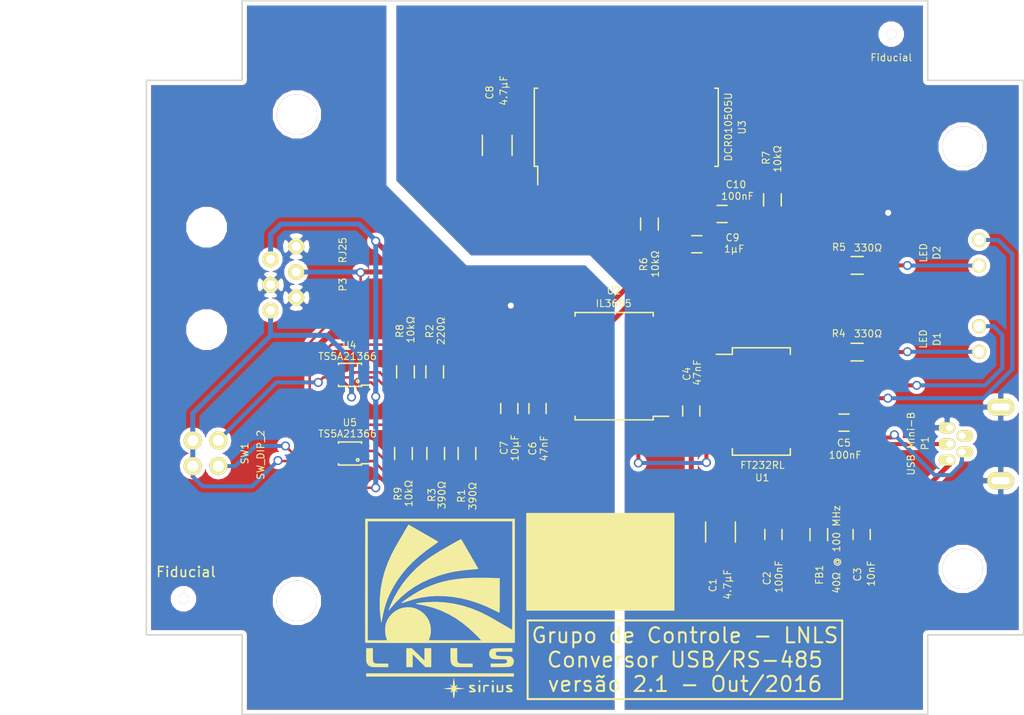
<source format=kicad_pcb>
(kicad_pcb (version 4) (host pcbnew no-vcs-found-product)
  (title_block (title "Conversor USB/RS-485") (date 2016-02-02) (rev 1) (company "Laboratório Nacional de Luz Síncrotron / Grupo de Controle") (comment 2 ?) (comment 3 "Eduardo Pereira Coelho"))
  (layers (0 F.Cu signal) (31 B.Cu signal hide) (34 B.Paste user) (35 F.Paste user) (36 B.SilkS user) (37 F.SilkS user) (38 B.Mask user) (39 F.Mask user) (44 Edge.Cuts user))
  (net 0 "")
  (net 1 +5V)
  (net 2 GND)
  (net 3 "Net-(C3-Pad1)")
  (net 4 "Net-(C5-Pad1)")
  (net 5 /5V_ISOLATED)
  (net 6 /GND_ISOLATED)
  (net 7 "Net-(C9-Pad1)")
  (net 8 /TXLED#)
  (net 9 "Net-(D1-Pad2)")
  (net 10 /RXLED#)
  (net 11 "Net-(D2-Pad2)")
  (net 12 /USB_D+)
  (net 13 "Net-(P1-Pad4)")
  (net 14 /USB_D-)
  (net 15 "Net-(R6-Pad2)")
  (net 16 "Net-(R7-Pad2)")
  (net 17 /TXD)
  (net 18 "Net-(U1-Pad2)")
  (net 19 "Net-(U1-Pad3)")
  (net 20 /RXD)
  (net 21 "Net-(U1-Pad6)")
  (net 22 "Net-(U1-Pad8)")
  (net 23 "Net-(U1-Pad9)")
  (net 24 "Net-(U1-Pad10)")
  (net 25 "Net-(U1-Pad11)")
  (net 26 "Net-(U1-Pad12)")
  (net 27 /TXDEN)
  (net 28 "Net-(U1-Pad14)")
  (net 29 "Net-(U1-Pad19)")
  (net 30 "Net-(U1-Pad24)")
  (net 31 "Net-(U1-Pad27)")
  (net 32 "Net-(U1-Pad28)")
  (net 33 "Net-(U2-Pad7)")
  (net 34 "Net-(U2-Pad10)")
  (net 35 "Net-(U2-Pad11)")
  (net 36 "Net-(U2-Pad14)")
  (net 37 "Net-(U3-Pad3)")
  (net 38 "Net-(U3-Pad15)")
  (net 39 "Net-(U3-Pad28)")
  (net 40 /RS485+)
  (net 41 /RS485-)
  (net 42 "Net-(R1-Pad1)")
  (net 43 "Net-(R2-Pad1)")
  (net 44 "Net-(R2-Pad2)")
  (net 45 "Net-(R3-Pad1)")
  (net 46 "Net-(R9-Pad2)")
  (net 47 "Net-(R8-Pad2)")
  (module Controle:VSSOP-8 (layer F.Cu) (at 124.7 107.51 180)
    (fp_text reference U5 (at 0.02 3.07 180) (layer F.SilkS) (effects (font (size 0.7 0.7) (thickness 0.1))))
    (fp_text value TS5A21366 (at 0.25 1.96 180) (layer F.SilkS) (effects (font (size 0.7 0.7) (thickness 0.1))))
    (pad 4 smd rect (at -1.55 0.75 180) (size 0.75 0.25) (layers F.Cu F.Paste F.Mask) (net 6 /GND_ISOLATED))
    (pad 3 smd rect (at -1.55 0.25 180) (size 0.75 0.25) (layers F.Cu F.Paste F.Mask) (net 46 "Net-(R9-Pad2)"))
    (pad 2 smd rect (at -1.55 -0.25 180) (size 0.75 0.25) (layers F.Cu F.Paste F.Mask) (net 40 /RS485+))
    (pad 1 smd rect (at -1.55 -0.75 180) (size 0.75 0.25) (layers F.Cu F.Paste F.Mask) (net 42 "Net-(R1-Pad1)"))
    (pad 5 smd rect (at 1.55 0.75 180) (size 0.75 0.25) (layers F.Cu F.Paste F.Mask) (net 41 /RS485-))
    (pad 6 smd rect (at 1.55 0.25 180) (size 0.75 0.25) (layers F.Cu F.Paste F.Mask) (net 45 "Net-(R3-Pad1)"))
    (pad 8 smd rect (at 1.55 -0.75 180) (size 0.75 0.25) (layers F.Cu F.Paste F.Mask) (net 5 /5V_ISOLATED))
    (pad 7 smd rect (at 1.55 -0.25 180) (size 0.75 0.25) (layers F.Cu F.Paste F.Mask) (net 46 "Net-(R9-Pad2)"))
  )
  (module Controle:VSSOP-8 (layer F.Cu) (at 124.7 99.71 180)
    (fp_text reference U4 (at 0.07 2.95 180) (layer F.SilkS) (effects (font (size 0.7 0.7) (thickness 0.1))))
    (fp_text value TS5A21366 (at 0.25 1.84 180) (layer F.SilkS) (effects (font (size 0.7 0.7) (thickness 0.1))))
    (pad 4 smd rect (at -1.55 0.75 180) (size 0.75 0.25) (layers F.Cu F.Paste F.Mask) (net 6 /GND_ISOLATED))
    (pad 3 smd rect (at -1.55 0.25 180) (size 0.75 0.25) (layers F.Cu F.Paste F.Mask) (net 47 "Net-(R8-Pad2)"))
    (pad 2 smd rect (at -1.55 -0.25 180) (size 0.75 0.25) (layers F.Cu F.Paste F.Mask) (net 43 "Net-(R2-Pad1)"))
    (pad 1 smd rect (at -1.55 -0.75 180) (size 0.75 0.25) (layers F.Cu F.Paste F.Mask) (net 40 /RS485+))
    (pad 5 smd rect (at 1.55 0.75 180) (size 0.75 0.25) (layers F.Cu F.Paste F.Mask) (net 44 "Net-(R2-Pad2)"))
    (pad 6 smd rect (at 1.55 0.25 180) (size 0.75 0.25) (layers F.Cu F.Paste F.Mask) (net 41 /RS485-))
    (pad 8 smd rect (at 1.55 -0.75 180) (size 0.75 0.25) (layers F.Cu F.Paste F.Mask) (net 5 /5V_ISOLATED))
    (pad 7 smd rect (at 1.55 -0.25 180) (size 0.75 0.25) (layers F.Cu F.Paste F.Mask) (net 47 "Net-(R8-Pad2)"))
  )
  (module Controle:LNLS_LOGO (layer F.Cu) (at 133.65 122.64)
    (fp_text reference G*** hide)
    (fp_text value LOGO hide)
  )
  (module "Conversor USB-RS485:DCR010505U" (layer F.Cu) (at 152.1 75.15 90)
    (fp_text reference U3 (at -0.01 11.49 90) (layer F.SilkS) (effects (font (size 0.7 0.7) (thickness 0.1))))
    (fp_text value DCR010505U (at 0.03 10.13 90) (layer F.SilkS) (effects (font (size 0.7 0.7) (thickness 0.1))))
    (pad 1 smd rect (at -4.7 -8.255 90) (size 2 0.6) (layers F.Cu F.Paste F.Mask) (net 1 +5V))
    (pad 2 smd rect (at -4.7 -6.985 90) (size 2 0.6) (layers F.Cu F.Paste F.Mask) (net 1 +5V))
    (pad 3 smd rect (at -4.7 -5.715 90) (size 2 0.6) (layers F.Cu F.Paste F.Mask) (net 37 "Net-(U3-Pad3)"))
    (pad 12 smd rect (at -4.7 5.715 90) (size 2 0.6) (layers F.Cu F.Paste F.Mask) (net 7 "Net-(C9-Pad1)"))
    (pad 13 smd rect (at -4.7 6.985 90) (size 2 0.6) (layers F.Cu F.Paste F.Mask) (net 6 /GND_ISOLATED))
    (pad 14 smd rect (at -4.7 8.255 90) (size 2 0.6) (layers F.Cu F.Paste F.Mask) (net 5 /5V_ISOLATED))
    (pad 15 smd rect (at 4.7 8.255 90) (size 2 0.6) (layers F.Cu F.Paste F.Mask) (net 38 "Net-(U3-Pad15)"))
    (pad 16 smd rect (at 4.7 6.985 90) (size 2 0.6) (layers F.Cu F.Paste F.Mask) (net 15 "Net-(R6-Pad2)"))
    (pad 17 smd rect (at 4.7 5.715 90) (size 2 0.6) (layers F.Cu F.Paste F.Mask) (net 16 "Net-(R7-Pad2)"))
    (pad 26 smd rect (at 4.7 -5.715 90) (size 2 0.6) (layers F.Cu F.Paste F.Mask) (net 2 GND))
    (pad 27 smd rect (at 4.7 -6.985 90) (size 2 0.6) (layers F.Cu F.Paste F.Mask) (net 2 GND))
    (pad 28 smd rect (at 4.7 -8.255 90) (size 2 0.6) (layers F.Cu F.Paste F.Mask) (net 39 "Net-(U3-Pad28)"))
  )
  (module Housings_SOIC:SOIC-16_7.5x10.3mm_Pitch1.27mm (layer F.Cu) (at 150.9 98.85 180)
    (fp_text reference U2 (at 0.04 7.49) (layer F.SilkS) (effects (font (size 0.7 0.7) (thickness 0.1))))
    (fp_text value IL3685 (at 0.05 6.22 180) (layer F.SilkS) (effects (font (size 0.7 0.7) (thickness 0.1))))
    (pad 1 smd rect (at -4.65 -4.445 180) (size 1.5 0.6) (layers F.Cu F.Paste F.Mask) (net 1 +5V))
    (pad 2 smd rect (at -4.65 -3.175 180) (size 1.5 0.6) (layers F.Cu F.Paste F.Mask) (net 2 GND))
    (pad 3 smd rect (at -4.65 -1.905 180) (size 1.5 0.6) (layers F.Cu F.Paste F.Mask) (net 20 /RXD))
    (pad 4 smd rect (at -4.65 -0.635 180) (size 1.5 0.6) (layers F.Cu F.Paste F.Mask) (net 27 /TXDEN))
    (pad 5 smd rect (at -4.65 0.635 180) (size 1.5 0.6) (layers F.Cu F.Paste F.Mask) (net 27 /TXDEN))
    (pad 6 smd rect (at -4.65 1.905 180) (size 1.5 0.6) (layers F.Cu F.Paste F.Mask) (net 17 /TXD))
    (pad 7 smd rect (at -4.65 3.175 180) (size 1.5 0.6) (layers F.Cu F.Paste F.Mask) (net 33 "Net-(U2-Pad7)"))
    (pad 8 smd rect (at -4.65 4.445 180) (size 1.5 0.6) (layers F.Cu F.Paste F.Mask) (net 2 GND))
    (pad 9 smd rect (at 4.65 4.445 180) (size 1.5 0.6) (layers F.Cu F.Paste F.Mask) (net 6 /GND_ISOLATED))
    (pad 10 smd rect (at 4.65 3.175 180) (size 1.5 0.6) (layers F.Cu F.Paste F.Mask) (net 34 "Net-(U2-Pad10)"))
    (pad 11 smd rect (at 4.65 1.905 180) (size 1.5 0.6) (layers F.Cu F.Paste F.Mask) (net 35 "Net-(U2-Pad11)"))
    (pad 12 smd rect (at 4.65 0.635 180) (size 1.5 0.6) (layers F.Cu F.Paste F.Mask) (net 40 /RS485+))
    (pad 13 smd rect (at 4.65 -0.635 180) (size 1.5 0.6) (layers F.Cu F.Paste F.Mask) (net 41 /RS485-))
    (pad 14 smd rect (at 4.65 -1.905 180) (size 1.5 0.6) (layers F.Cu F.Paste F.Mask) (net 36 "Net-(U2-Pad14)"))
    (pad 15 smd rect (at 4.65 -3.175 180) (size 1.5 0.6) (layers F.Cu F.Paste F.Mask) (net 6 /GND_ISOLATED))
    (pad 16 smd rect (at 4.65 -4.445 180) (size 1.5 0.6) (layers F.Cu F.Paste F.Mask) (net 5 /5V_ISOLATED))
  )
  (module Housings_SSOP:SSOP-28_5.3x10.2mm_Pitch0.65mm (layer F.Cu) (at 165.5 102.35)
    (fp_text reference U1 (at 0.09 7.56) (layer F.SilkS) (effects (font (size 0.7 0.7) (thickness 0.1))))
    (fp_text value FT232RL (at 0.11 6.32) (layer F.SilkS) (effects (font (size 0.7 0.7) (thickness 0.1))))
    (pad 1 smd rect (at -3.6 -4.225) (size 1.75 0.45) (layers F.Cu F.Paste F.Mask) (net 17 /TXD))
    (pad 2 smd rect (at -3.6 -3.575) (size 1.75 0.45) (layers F.Cu F.Paste F.Mask) (net 18 "Net-(U1-Pad2)"))
    (pad 3 smd rect (at -3.6 -2.925) (size 1.75 0.45) (layers F.Cu F.Paste F.Mask) (net 19 "Net-(U1-Pad3)"))
    (pad 4 smd rect (at -3.6 -2.275) (size 1.75 0.45) (layers F.Cu F.Paste F.Mask) (net 1 +5V))
    (pad 5 smd rect (at -3.6 -1.625) (size 1.75 0.45) (layers F.Cu F.Paste F.Mask) (net 20 /RXD))
    (pad 6 smd rect (at -3.6 -0.975) (size 1.75 0.45) (layers F.Cu F.Paste F.Mask) (net 21 "Net-(U1-Pad6)"))
    (pad 7 smd rect (at -3.6 -0.325) (size 1.75 0.45) (layers F.Cu F.Paste F.Mask) (net 2 GND))
    (pad 8 smd rect (at -3.6 0.325) (size 1.75 0.45) (layers F.Cu F.Paste F.Mask) (net 22 "Net-(U1-Pad8)"))
    (pad 9 smd rect (at -3.6 0.975) (size 1.75 0.45) (layers F.Cu F.Paste F.Mask) (net 23 "Net-(U1-Pad9)"))
    (pad 10 smd rect (at -3.6 1.625) (size 1.75 0.45) (layers F.Cu F.Paste F.Mask) (net 24 "Net-(U1-Pad10)"))
    (pad 11 smd rect (at -3.6 2.275) (size 1.75 0.45) (layers F.Cu F.Paste F.Mask) (net 25 "Net-(U1-Pad11)"))
    (pad 12 smd rect (at -3.6 2.925) (size 1.75 0.45) (layers F.Cu F.Paste F.Mask) (net 26 "Net-(U1-Pad12)"))
    (pad 13 smd rect (at -3.6 3.575) (size 1.75 0.45) (layers F.Cu F.Paste F.Mask) (net 27 /TXDEN))
    (pad 14 smd rect (at -3.6 4.225) (size 1.75 0.45) (layers F.Cu F.Paste F.Mask) (net 28 "Net-(U1-Pad14)"))
    (pad 15 smd rect (at 3.6 4.225) (size 1.75 0.45) (layers F.Cu F.Paste F.Mask) (net 12 /USB_D+))
    (pad 16 smd rect (at 3.6 3.575) (size 1.75 0.45) (layers F.Cu F.Paste F.Mask) (net 14 /USB_D-))
    (pad 17 smd rect (at 3.6 2.925) (size 1.75 0.45) (layers F.Cu F.Paste F.Mask) (net 4 "Net-(C5-Pad1)"))
    (pad 18 smd rect (at 3.6 2.275) (size 1.75 0.45) (layers F.Cu F.Paste F.Mask) (net 2 GND))
    (pad 19 smd rect (at 3.6 1.625) (size 1.75 0.45) (layers F.Cu F.Paste F.Mask) (net 29 "Net-(U1-Pad19)"))
    (pad 20 smd rect (at 3.6 0.975) (size 1.75 0.45) (layers F.Cu F.Paste F.Mask) (net 1 +5V))
    (pad 21 smd rect (at 3.6 0.325) (size 1.75 0.45) (layers F.Cu F.Paste F.Mask) (net 2 GND))
    (pad 22 smd rect (at 3.6 -0.325) (size 1.75 0.45) (layers F.Cu F.Paste F.Mask) (net 10 /RXLED#))
    (pad 23 smd rect (at 3.6 -0.975) (size 1.75 0.45) (layers F.Cu F.Paste F.Mask) (net 8 /TXLED#))
    (pad 24 smd rect (at 3.6 -1.625) (size 1.75 0.45) (layers F.Cu F.Paste F.Mask) (net 30 "Net-(U1-Pad24)"))
    (pad 25 smd rect (at 3.6 -2.275) (size 1.75 0.45) (layers F.Cu F.Paste F.Mask) (net 2 GND))
    (pad 26 smd rect (at 3.6 -2.925) (size 1.75 0.45) (layers F.Cu F.Paste F.Mask) (net 2 GND))
    (pad 27 smd rect (at 3.6 -3.575) (size 1.75 0.45) (layers F.Cu F.Paste F.Mask) (net 31 "Net-(U1-Pad27)"))
    (pad 28 smd rect (at 3.6 -4.225) (size 1.75 0.45) (layers F.Cu F.Paste F.Mask) (net 32 "Net-(U1-Pad28)"))
  )
  (module Resistors_SMD:R_0805_HandSoldering (layer F.Cu) (at 166.6 82.35 90)
    (fp_text reference R7 (at 4.17 -0.62 90) (layer F.SilkS) (effects (font (size 0.7 0.7) (thickness 0.1))))
    (fp_text value 10kΩ (at 4.06 0.51 270) (layer F.SilkS) (effects (font (size 0.7 0.7) (thickness 0.1))))
    (pad 1 smd rect (at -1.35 0 90) (size 1.5 1.3) (layers F.Cu F.Paste F.Mask) (net 5 /5V_ISOLATED))
    (pad 2 smd rect (at 1.35 0 90) (size 1.5 1.3) (layers F.Cu F.Paste F.Mask) (net 16 "Net-(R7-Pad2)"))
  )
  (module Resistors_SMD:R_0805_HandSoldering (layer F.Cu) (at 154.4 84.75 90)
    (fp_text reference R6 (at -3.99 -0.58 90) (layer F.SilkS) (effects (font (size 0.7 0.7) (thickness 0.1))))
    (fp_text value 10kΩ (at -3.97 0.58 270) (layer F.SilkS) (effects (font (size 0.7 0.7) (thickness 0.1))))
    (pad 1 smd rect (at -1.35 0 90) (size 1.5 1.3) (layers F.Cu F.Paste F.Mask) (net 7 "Net-(C9-Pad1)"))
    (pad 2 smd rect (at 1.35 0 90) (size 1.5 1.3) (layers F.Cu F.Paste F.Mask) (net 15 "Net-(R6-Pad2)"))
  )
  (module Resistors_SMD:R_0805_HandSoldering (layer F.Cu) (at 175 88.85)
    (fp_text reference R5 (at -1.8 -1.81) (layer F.SilkS) (effects (font (size 0.7 0.7) (thickness 0.1))))
    (fp_text value 330Ω (at 1.09 -1.74) (layer F.SilkS) (effects (font (size 0.7 0.7) (thickness 0.1))))
    (pad 1 smd rect (at -1.35 0) (size 1.5 1.3) (layers F.Cu F.Paste F.Mask) (net 1 +5V))
    (pad 2 smd rect (at 1.35 0) (size 1.5 1.3) (layers F.Cu F.Paste F.Mask) (net 11 "Net-(D2-Pad2)"))
  )
  (module Resistors_SMD:R_0805_HandSoldering (layer F.Cu) (at 175 97.45)
    (fp_text reference R4 (at -1.83 -1.84) (layer F.SilkS) (effects (font (size 0.7 0.7) (thickness 0.1))))
    (fp_text value 330Ω (at 1.09 -1.82) (layer F.SilkS) (effects (font (size 0.7 0.7) (thickness 0.1))))
    (pad 1 smd rect (at -1.35 0) (size 1.5 1.3) (layers F.Cu F.Paste F.Mask) (net 1 +5V))
    (pad 2 smd rect (at 1.35 0) (size 1.5 1.3) (layers F.Cu F.Paste F.Mask) (net 9 "Net-(D1-Pad2)"))
  )
  (module Resistors_SMD:R_0805_HandSoldering (layer F.Cu) (at 171.2 115.55 90)
    (fp_text reference FB1 (at -3.99 0.06 90) (layer F.SilkS) (effects (font (size 0.7 0.7) (thickness 0.1))))
    (fp_text value "40Ω @ 100 MHz" (at -1.48 1.76 90) (layer F.SilkS) (effects (font (size 0.7 0.7) (thickness 0.1))))
    (pad 1 smd rect (at -1.35 0 90) (size 1.5 1.3) (layers F.Cu F.Paste F.Mask) (net 1 +5V))
    (pad 2 smd rect (at 1.35 0 90) (size 1.5 1.3) (layers F.Cu F.Paste F.Mask) (net 3 "Net-(C3-Pad1)"))
  )
  (module Capacitors_SMD:C_0805_HandSoldering (layer F.Cu) (at 161.6 83.75 180)
    (fp_text reference C10 (at -1.38 2.92 180) (layer F.SilkS) (effects (font (size 0.7 0.7) (thickness 0.1))))
    (fp_text value 100nF (at -1.53 1.76 180) (layer F.SilkS) (effects (font (size 0.7 0.7) (thickness 0.1))))
    (pad 1 smd rect (at -1.25 0 180) (size 1.5 1.25) (layers F.Cu F.Paste F.Mask) (net 5 /5V_ISOLATED))
    (pad 2 smd rect (at 1.25 0 180) (size 1.5 1.25) (layers F.Cu F.Paste F.Mask) (net 6 /GND_ISOLATED))
  )
  (module Capacitors_SMD:C_0805_HandSoldering (layer F.Cu) (at 159.1 86.75)
    (fp_text reference C9 (at 3.54 -0.65) (layer F.SilkS) (effects (font (size 0.7 0.7) (thickness 0.1))))
    (fp_text value 1µF (at 3.7 0.47 -180) (layer F.SilkS) (effects (font (size 0.7 0.7) (thickness 0.1))))
    (pad 1 smd rect (at -1.25 0) (size 1.5 1.25) (layers F.Cu F.Paste F.Mask) (net 7 "Net-(C9-Pad1)"))
    (pad 2 smd rect (at 1.25 0) (size 1.5 1.25) (layers F.Cu F.Paste F.Mask) (net 6 /GND_ISOLATED))
  )
  (module Capacitors_SMD:C_1210_HandSoldering (layer F.Cu) (at 139.3 76.95 90)
    (fp_text reference C8 (at 5.25 -0.75 90) (layer F.SilkS) (effects (font (size 0.7 0.7) (thickness 0.1))))
    (fp_text value 4.7µF (at 5.44 0.65 90) (layer F.SilkS) (effects (font (size 0.7 0.7) (thickness 0.1))))
    (pad 1 smd rect (at -2 0 90) (size 2 2.5) (layers F.Cu F.Paste F.Mask) (net 1 +5V))
    (pad 2 smd rect (at 2 0 90) (size 2 2.5) (layers F.Cu F.Paste F.Mask) (net 2 GND))
  )
  (module Capacitors_SMD:C_0805_HandSoldering (layer F.Cu) (at 140.5 103.05 90)
    (fp_text reference C7 (at -3.91 -0.52 270) (layer F.SilkS) (effects (font (size 0.7 0.7) (thickness 0.1))))
    (fp_text value 10µF (at -3.91 0.56 90) (layer F.SilkS) (effects (font (size 0.7 0.7) (thickness 0.1))))
    (pad 1 smd rect (at -1.25 0 90) (size 1.5 1.25) (layers F.Cu F.Paste F.Mask) (net 5 /5V_ISOLATED))
    (pad 2 smd rect (at 1.25 0 90) (size 1.5 1.25) (layers F.Cu F.Paste F.Mask) (net 6 /GND_ISOLATED))
  )
  (module Capacitors_SMD:C_0805_HandSoldering (layer F.Cu) (at 143.3 103.05 90)
    (fp_text reference C6 (at -3.97 -0.49 270) (layer F.SilkS) (effects (font (size 0.7 0.7) (thickness 0.1))))
    (fp_text value 47nF (at -3.95 0.65 90) (layer F.SilkS) (effects (font (size 0.7 0.7) (thickness 0.1))))
    (pad 1 smd rect (at -1.25 0 90) (size 1.5 1.25) (layers F.Cu F.Paste F.Mask) (net 5 /5V_ISOLATED))
    (pad 2 smd rect (at 1.25 0 90) (size 1.5 1.25) (layers F.Cu F.Paste F.Mask) (net 6 /GND_ISOLATED))
  )
  (module Capacitors_SMD:C_0805_HandSoldering (layer F.Cu) (at 173.7 104.45)
    (fp_text reference C5 (at -0.01 2.01) (layer F.SilkS) (effects (font (size 0.7 0.7) (thickness 0.1))))
    (fp_text value 100nF (at 0.11 3.22) (layer F.SilkS) (effects (font (size 0.7 0.7) (thickness 0.1))))
    (pad 1 smd rect (at -1.25 0) (size 1.5 1.25) (layers F.Cu F.Paste F.Mask) (net 4 "Net-(C5-Pad1)"))
    (pad 2 smd rect (at 1.25 0) (size 1.5 1.25) (layers F.Cu F.Paste F.Mask) (net 2 GND))
  )
  (module Capacitors_SMD:C_0805_HandSoldering (layer F.Cu) (at 158.55 103.3 90)
    (fp_text reference C4 (at 3.69 -0.44 90) (layer F.SilkS) (effects (font (size 0.7 0.7) (thickness 0.1))))
    (fp_text value 47nF (at 3.81 0.6 90) (layer F.SilkS) (effects (font (size 0.7 0.7) (thickness 0.1))))
    (pad 1 smd rect (at -1.25 0 90) (size 1.5 1.25) (layers F.Cu F.Paste F.Mask) (net 1 +5V))
    (pad 2 smd rect (at 1.25 0 90) (size 1.5 1.25) (layers F.Cu F.Paste F.Mask) (net 2 GND))
  )
  (module Capacitors_SMD:C_0805_HandSoldering (layer F.Cu) (at 175.45 115.55 270)
    (fp_text reference C3 (at 3.96 0.41 270) (layer F.SilkS) (effects (font (size 0.7 0.7) (thickness 0.1))))
    (fp_text value 10nF (at 3.87 -0.94 270) (layer F.SilkS) (effects (font (size 0.7 0.7) (thickness 0.1))))
    (pad 1 smd rect (at -1.25 0 270) (size 1.5 1.25) (layers F.Cu F.Paste F.Mask) (net 3 "Net-(C3-Pad1)"))
    (pad 2 smd rect (at 1.25 0 270) (size 1.5 1.25) (layers F.Cu F.Paste F.Mask) (net 2 GND))
  )
  (module Capacitors_SMD:C_0805_HandSoldering (layer F.Cu) (at 166.7 115.55 90)
    (fp_text reference C2 (at -4.34 -0.64 90) (layer F.SilkS) (effects (font (size 0.7 0.7) (thickness 0.1))))
    (fp_text value 100nF (at -4.19 0.54 90) (layer F.SilkS) (effects (font (size 0.7 0.7) (thickness 0.1))))
    (pad 1 smd rect (at -1.25 0 90) (size 1.5 1.25) (layers F.Cu F.Paste F.Mask) (net 1 +5V))
    (pad 2 smd rect (at 1.25 0 90) (size 1.5 1.25) (layers F.Cu F.Paste F.Mask) (net 2 GND))
  )
  (module Capacitors_SMD:C_1210_HandSoldering (layer F.Cu) (at 161.45 115.3 90)
    (fp_text reference C1 (at -5.28 -0.76 90) (layer F.SilkS) (effects (font (size 0.7 0.7) (thickness 0.1))))
    (fp_text value 4.7µF (at -5.2 0.7 90) (layer F.SilkS) (effects (font (size 0.7 0.7) (thickness 0.1))))
    (pad 1 smd rect (at -2 0 90) (size 2 2.5) (layers F.Cu F.Paste F.Mask) (net 1 +5V))
    (pad 2 smd rect (at 2 0 90) (size 2 2.5) (layers F.Cu F.Paste F.Mask) (net 2 GND))
  )
  (module Mounting_Holes:MountingHole_4mm (layer F.Cu) (at 119.43 73.87)
    (fp_text reference F1)
    (fp_text value "Furo de fixação (4mm)" hide)
    (pad 1 thru_hole circle (at 0 0) (size 4 4) (drill 4) (layers))
  )
  (module Mounting_Holes:MountingHole_4mm (layer F.Cu) (at 185.47 77.045)
    (fp_text reference F2)
    (fp_text value "Furo de fixação (4mm)" hide)
    (pad 1 thru_hole circle (at 0 0) (size 4 4) (drill 4) (layers))
  )
  (module Mounting_Holes:MountingHole_4mm (layer F.Cu) (at 119.43 122.13)
    (fp_text reference F3)
    (fp_text value "Furo de fixação (4mm)" hide)
    (pad 1 thru_hole circle (at 0 0) (size 4 4) (drill 4) (layers))
  )
  (module Mounting_Holes:MountingHole_4mm (layer F.Cu) (at 185.47 118.955)
    (fp_text reference F4)
    (fp_text value "Furo de fixação (4mm)" hide)
    (pad 1 thru_hole circle (at 0 0) (size 4 4) (drill 4) (layers))
  )
  (module "Conversor USB-RS485:RJ25" (layer F.Cu) (at 110.47 90.14 270)
    (fp_text reference P3 (at 0.61 -13.52 270) (layer F.SilkS) (effects (font (size 0.7 0.7) (thickness 0.1))))
    (fp_text value RJ25 (at -2.8 -13.51 270) (layer F.SilkS) (effects (font (size 0.7 0.7) (thickness 0.1))))
    (pad "" np_thru_hole circle (at -5.08 0 270) (size 3.25 3.25) (drill 3.25) (layers *.Cu *.Mask))
    (pad 1 thru_hole circle (at -3.17 -8.89 270) (size 1.59 1.59) (drill 0.89) (layers *.Cu *.Mask F.SilkS) (net 6 /GND_ISOLATED))
    (pad 2 thru_hole circle (at -1.9 -6.35 270) (size 1.59 1.59) (drill 0.89) (layers *.Cu *.Mask F.SilkS) (net 40 /RS485+))
    (pad 3 thru_hole circle (at -0.63 -8.89 270) (size 1.59 1.59) (drill 0.89) (layers *.Cu *.Mask F.SilkS) (net 41 /RS485-))
    (pad 4 thru_hole circle (at 0.64 -6.35 270) (size 1.59 1.59) (drill 0.89) (layers *.Cu *.Mask F.SilkS) (net 6 /GND_ISOLATED))
    (pad 5 thru_hole circle (at 1.91 -8.89 270) (size 1.59 1.59) (drill 0.89) (layers *.Cu *.Mask F.SilkS) (net 6 /GND_ISOLATED))
    (pad 6 thru_hole circle (at 3.18 -6.35 270) (size 1.59 1.59) (drill 0.89) (layers *.Cu *.Mask F.SilkS) (net 5 /5V_ISOLATED))
    (pad "" np_thru_hole circle (at 5.08 0 270) (size 3.25 3.25) (drill 3.25) (layers *.Cu *.Mask))
  )
  (module "Conversor USB-RS485:USB_Mini-B" (layer F.Cu) (at 188.5 106.554 90)
    (fp_text reference P1 (at 0.054 -6.76 90) (layer F.SilkS) (effects (font (size 0.7 0.7) (thickness 0.1))))
    (fp_text value "USB Mini-B" (at 0.014 -8.15 90) (layer F.SilkS) (effects (font (size 0.7 0.7) (thickness 0.1))))
    (pad 7 thru_hole oval (at 3.65 0.75 90) (size 1.7 2.7) (drill oval 0.7 1.9) (layers *.Cu *.Mask F.SilkS) (net 2 GND))
    (pad 5 thru_hole oval (at 1.6 -4.3 90) (size 1.1 1.65) (drill 0.7 (offset 0 -0.275)) (layers *.Cu *.Mask F.SilkS) (net 2 GND))
    (pad 3 thru_hole oval (at 0 -4.3 90) (size 1.1 1.65) (drill 0.7 (offset 0 -0.275)) (layers *.Cu *.Mask F.SilkS) (net 12 /USB_D+))
    (pad 4 thru_hole oval (at 0.8 -3.1 90) (size 1.1 1.65) (drill 0.7 (offset 0 0.275)) (layers *.Cu *.Mask F.SilkS) (net 13 "Net-(P1-Pad4)"))
    (pad 2 thru_hole oval (at -0.8 -3.1 90) (size 1.1 1.65) (drill 0.7 (offset 0 0.275)) (layers *.Cu *.Mask F.SilkS) (net 14 /USB_D-))
    (pad 1 thru_hole oval (at -1.6 -4.3 90) (size 1.1 1.65) (drill 0.7 (offset 0 -0.275)) (layers *.Cu *.Mask F.SilkS) (net 3 "Net-(C3-Pad1)"))
    (pad 6 thru_hole oval (at -3.65 0.75 90) (size 1.7 2.7) (drill oval 0.7 1.9) (layers *.Cu *.Mask F.SilkS) (net 2 GND))
  )
  (module Controle:LED_para_painel_KINGBRIGHT (layer F.Cu) (at 187.1 87.598 90)
    (fp_text reference D2 (at -0.002 -4.2 90) (layer F.SilkS) (effects (font (size 0.7 0.7) (thickness 0.1))))
    (fp_text value LED (at -0.002 -5.52 90) (layer F.SilkS) (effects (font (size 0.7 0.7) (thickness 0.1))))
    (pad 1 thru_hole circle (at 1.27 0 90) (size 1.4 1.4) (drill 1) (layers *.Cu *.Mask F.SilkS) (net 10 /RXLED#))
    (pad 2 thru_hole circle (at -1.27 0 90) (size 1.4 1.4) (drill 1) (layers *.Cu *.Mask F.SilkS) (net 11 "Net-(D2-Pad2)"))
  )
  (module Controle:LED_para_painel_KINGBRIGHT (layer F.Cu) (at 187.1 96.151 90)
    (fp_text reference D1 (at -0.009 -4.18 90) (layer F.SilkS) (effects (font (size 0.7 0.7) (thickness 0.1))))
    (fp_text value LED (at 0.001 -5.54 90) (layer F.SilkS) (effects (font (size 0.7 0.7) (thickness 0.1))))
    (pad 1 thru_hole circle (at 1.27 0 90) (size 1.4 1.4) (drill 1) (layers *.Cu *.Mask F.SilkS) (net 8 /TXLED#))
    (pad 2 thru_hole circle (at -1.27 0 90) (size 1.4 1.4) (drill 1) (layers *.Cu *.Mask F.SilkS) (net 9 "Net-(D1-Pad2)"))
  )
  (module "Controle:DIP_switch_(2_positions)" (layer F.Cu) (at 110.37 107.49 90)
    (fp_text reference SW1 (at -0.02 3.89 270) (layer F.SilkS) (effects (font (size 0.7 0.7) (thickness 0.1))))
    (fp_text value SW_DIP_2 (at -0.15 5.47 270) (layer F.SilkS) (effects (font (size 0.7 0.7) (thickness 0.1))))
    (pad 1 thru_hole oval (at -1.27 -1.27 90) (size 1.8 1.8) (drill 1.1) (layers *.Cu *.Mask F.SilkS) (net 5 /5V_ISOLATED))
    (pad 3 thru_hole oval (at 1.27 -1.27 90) (size 1.8 1.8) (drill 1.1) (layers *.Cu *.Mask F.SilkS) (net 5 /5V_ISOLATED))
    (pad 2 thru_hole oval (at -1.27 1.27 90) (size 1.8 1.8) (drill 1.1) (layers *.Cu *.Mask F.SilkS) (net 46 "Net-(R9-Pad2)"))
    (pad 4 thru_hole oval (at 1.27 1.27 90) (size 1.8 1.8) (drill 1.1) (layers *.Cu *.Mask F.SilkS) (net 47 "Net-(R8-Pad2)"))
  )
  (module Resistors_SMD:R_0805_HandSoldering (layer F.Cu) (at 136.3 107.51 90)
    (fp_text reference R1 (at -4.2 -0.56 90) (layer F.SilkS) (effects (font (size 0.7 0.7) (thickness 0.1))))
    (fp_text value 390Ω (at -4.23 0.57 90) (layer F.SilkS) (effects (font (size 0.7 0.7) (thickness 0.1))))
    (pad 1 smd rect (at -1.35 0 90) (size 1.5 1.3) (layers F.Cu F.Paste F.Mask) (net 42 "Net-(R1-Pad1)"))
    (pad 2 smd rect (at 1.35 0 90) (size 1.5 1.3) (layers F.Cu F.Paste F.Mask) (net 5 /5V_ISOLATED))
  )
  (module Resistors_SMD:R_0805_HandSoldering (layer F.Cu) (at 133.1 99.41 90)
    (fp_text reference R2 (at 4.03 -0.5 90) (layer F.SilkS) (effects (font (size 0.7 0.7) (thickness 0.1))))
    (fp_text value 220Ω (at 4.07 0.63 90) (layer F.SilkS) (effects (font (size 0.7 0.7) (thickness 0.1))))
    (pad 1 smd rect (at -1.35 0 90) (size 1.5 1.3) (layers F.Cu F.Paste F.Mask) (net 43 "Net-(R2-Pad1)"))
    (pad 2 smd rect (at 1.35 0 90) (size 1.5 1.3) (layers F.Cu F.Paste F.Mask) (net 44 "Net-(R2-Pad2)"))
  )
  (module Resistors_SMD:R_0805_HandSoldering (layer F.Cu) (at 133.2 107.51 270)
    (fp_text reference R3 (at 4.12 0.39 270) (layer F.SilkS) (effects (font (size 0.7 0.7) (thickness 0.1))))
    (fp_text value 390Ω (at 4.12 -0.61 270) (layer F.SilkS) (effects (font (size 0.7 0.7) (thickness 0.1))))
    (pad 1 smd rect (at -1.35 0 270) (size 1.5 1.3) (layers F.Cu F.Paste F.Mask) (net 45 "Net-(R3-Pad1)"))
    (pad 2 smd rect (at 1.35 0 270) (size 1.5 1.3) (layers F.Cu F.Paste F.Mask) (net 6 /GND_ISOLATED))
  )
  (module Resistors_SMD:R_0805_HandSoldering (layer F.Cu) (at 130.2 99.41 270)
    (fp_text reference R8 (at -4.05 0.56 270) (layer F.SilkS) (effects (font (size 0.7 0.7) (thickness 0.1))))
    (fp_text value 10kΩ (at -4.19 -0.52 270) (layer F.SilkS) (effects (font (size 0.7 0.7) (thickness 0.1))))
    (pad 1 smd rect (at -1.35 0 270) (size 1.5 1.3) (layers F.Cu F.Paste F.Mask) (net 6 /GND_ISOLATED))
    (pad 2 smd rect (at 1.35 0 270) (size 1.5 1.3) (layers F.Cu F.Paste F.Mask) (net 47 "Net-(R8-Pad2)"))
  )
  (module Resistors_SMD:R_0805_HandSoldering (layer F.Cu) (at 130 107.51 270)
    (fp_text reference R9 (at 4 0.55 270) (layer F.SilkS) (effects (font (size 0.7 0.7) (thickness 0.1))))
    (fp_text value 10kΩ (at 3.96 -0.53 270) (layer F.SilkS) (effects (font (size 0.7 0.7) (thickness 0.1))))
    (pad 1 smd rect (at -1.35 0 270) (size 1.5 1.3) (layers F.Cu F.Paste F.Mask) (net 6 /GND_ISOLATED))
    (pad 2 smd rect (at 1.35 0 270) (size 1.5 1.3) (layers F.Cu F.Paste F.Mask) (net 46 "Net-(R9-Pad2)"))
  )
  (module Fiducials:Fiducial_1mm_Dia_2.54mm_Outer_CopperTop (layer F.Cu) (at 178.38 65.91)
    (fp_text reference Fiducial (at 0.01 2.33) (layer F.SilkS) (effects (font (size 0.7 0.7) (thickness 0.1))))
    (fp_text value Fiducial_1mm_Dia_2.54mm_Outer_CopperTop)
    (pad ~ thru_hole circle (at 0 0) (size 1 1) (drill 1) (layers *.Cu *.Mask F.SilkS) (clearance 0.77))
  )
  (module Fiducials:Fiducial_1mm_Dia_2.54mm_Outer_CopperBottom (layer F.Cu) (at 108.18 121.92)
    (fp_text reference Fiducial (at 0.25 -2.66 180) (layer F.SilkS))
    (fp_text value Fiducial_1mm_Dia_2.54mm_Outer_CopperBottom)
    (pad ~ thru_hole circle (at 0 0) (size 1 1) (drill 1) (layers *.Cu *.Mask F.SilkS) (clearance 0.77))
  )
  (gr_line (start 142.28 113.5) (end 142.28 123) (angle 90) (layer F.SilkS) (width 0.2))
  (gr_line (start 156.78 113.5) (end 142.28 113.5) (angle 90) (layer F.SilkS) (width 0.2))
  (gr_line (start 156.78 123) (end 156.78 113.5) (angle 90) (layer F.SilkS) (width 0.2))
  (gr_line (start 142.28 123) (end 156.78 123) (angle 90) (layer F.SilkS) (width 0.2))
  (gr_line (start 173.52 124.07) (end 142.32 124.07) (angle 90) (layer F.SilkS) (width 0.2))
  (gr_line (start 173.52 131.87) (end 173.52 124.07) (angle 90) (layer F.SilkS) (width 0.2))
  (gr_line (start 142.32 131.87) (end 173.52 131.87) (angle 90) (layer F.SilkS) (width 0.2))
  (gr_line (start 142.32 124.07) (end 142.32 131.87) (angle 90) (layer F.SilkS) (width 0.2))
  (gr_text "Grupo de Controle - LNLS\nConversor USB/RS-485\nversão 2.1 - Out/2016" (at 157.92 127.97) (layer F.SilkS) (effects (font (size 1.5 1.5) (thickness 0.2))))
  (gr_line (start 114 62.6) (end 182 62.6) (angle 90) (layer Edge.Cuts) (width 0.15))
  (gr_line (start 182 70.5) (end 182 62.6) (angle 90) (layer Edge.Cuts) (width 0.15))
  (gr_line (start 191.5 70.5) (end 182 70.5) (angle 90) (layer Edge.Cuts) (width 0.15))
  (gr_line (start 114 70.5) (end 114 62.6) (angle 90) (layer Edge.Cuts) (width 0.15))
  (gr_line (start 104.5 70.5) (end 114 70.5) (angle 90) (layer Edge.Cuts) (width 0.15))
  (gr_line (start 104.5 125.5) (end 104.5 70.5) (angle 90) (layer Edge.Cuts) (width 0.15))
  (gr_line (start 191.5 125.5) (end 191.5 70.5) (angle 90) (layer Edge.Cuts) (width 0.15))
  (gr_line (start 182 125.5) (end 191.5 125.5) (angle 90) (layer Edge.Cuts) (width 0.15))
  (gr_line (start 114 125.5) (end 104.5 125.5) (angle 90) (layer Edge.Cuts) (width 0.15))
  (gr_line (start 182 133.4) (end 182 125.5) (angle 90) (layer Edge.Cuts) (width 0.15))
  (gr_line (start 114 133.4) (end 114 125.5) (angle 90) (layer Edge.Cuts) (width 0.15))
  (gr_line (start 114 133.4) (end 182 133.4) (angle 90) (layer Edge.Cuts) (width 0.15))
  (segment (start 166.7 116.8) (end 166.8 116.9) (width 0.5) (layer F.Cu) (net 1))
  (segment (start 166.8 116.9) (end 171.2 116.9) (width 0.5) (layer F.Cu) (net 1))
  (segment (start 161.45 117.3) (end 161.95 116.8) (width 0.5) (layer F.Cu) (net 1))
  (segment (start 161.95 116.8) (end 166.7 116.8) (width 0.5) (layer F.Cu) (net 1))
  (segment (start 139.3 78.95) (end 137.5 78.95) (width 0.5) (layer F.Cu) (net 1))
  (segment (start 173.65 70.6) (end 173.65 88.85) (width 0.5) (layer F.Cu) (net 1))
  (segment (start 168.8 65.75) (end 173.65 70.6) (width 0.5) (layer F.Cu) (net 1))
  (segment (start 138.7 65.75) (end 168.8 65.75) (width 0.5) (layer F.Cu) (net 1))
  (segment (start 136.65 67.8) (end 138.7 65.75) (width 0.5) (layer F.Cu) (net 1))
  (segment (start 136.65 78.1) (end 136.65 67.8) (width 0.5) (layer F.Cu) (net 1))
  (segment (start 137.5 78.95) (end 136.65 78.1) (width 0.5) (layer F.Cu) (net 1))
  (segment (start 165.175 100.075) (end 165.5 99.75) (width 0.4) (layer F.Cu) (net 1))
  (segment (start 165.5 99.75) (end 165.55 99.75) (width 0.4) (layer F.Cu) (net 1))
  (segment (start 161.9 100.075) (end 165.175 100.075) (width 0.4) (layer F.Cu) (net 1))
  (segment (start 165.175 100.075) (end 165.55 100.45) (width 0.4) (layer F.Cu) (net 1))
  (segment (start 165.95 103.325) (end 165.55 103.725) (width 0.4) (layer F.Cu) (net 1))
  (segment (start 169.1 103.325) (end 165.95 103.325) (width 0.4) (layer F.Cu) (net 1))
  (segment (start 165.95 103.325) (end 165.925 103.325) (width 0.4) (layer F.Cu) (net 1))
  (segment (start 165.925 103.325) (end 165.55 102.95) (width 0.4) (layer F.Cu) (net 1))
  (segment (start 158.55 111.55) (end 159.55 110.55) (width 0.4) (layer F.Cu) (net 1))
  (segment (start 159.55 110.55) (end 164.4 110.55) (width 0.4) (layer F.Cu) (net 1))
  (segment (start 164.4 110.55) (end 165.55 109.4) (width 0.4) (layer F.Cu) (net 1))
  (segment (start 165.55 109.4) (end 165.55 103.725) (width 0.4) (layer F.Cu) (net 1))
  (segment (start 167.4 88.85) (end 173.65 88.85) (width 0.4) (layer F.Cu) (net 1))
  (segment (start 165.55 90.7) (end 167.4 88.85) (width 0.4) (layer F.Cu) (net 1))
  (segment (start 165.55 99.75) (end 165.55 91.2) (width 0.4) (layer F.Cu) (net 1))
  (segment (start 165.55 91.2) (end 165.55 90.7) (width 0.4) (layer F.Cu) (net 1))
  (segment (start 165.55 103.725) (end 165.55 102.95) (width 0.4) (layer F.Cu) (net 1))
  (segment (start 165.55 102.95) (end 165.55 100.45) (width 0.4) (layer F.Cu) (net 1))
  (segment (start 165.55 100.45) (end 165.55 99.75) (width 0.4) (layer F.Cu) (net 1))
  (segment (start 161.45 117.3) (end 159.7 117.3) (width 0.5) (layer F.Cu) (net 1))
  (segment (start 158.55 116.15) (end 158.55 112.85) (width 0.5) (layer F.Cu) (net 1))
  (segment (start 158.55 112.85) (end 158.55 112.1) (width 0.5) (layer F.Cu) (net 1))
  (segment (start 158.55 112.1) (end 158.55 111.55) (width 0.5) (layer F.Cu) (net 1))
  (segment (start 158.55 111.55) (end 158.55 111.35) (width 0.5) (layer F.Cu) (net 1))
  (segment (start 158.55 111.35) (end 158.55 104.55) (width 0.5) (layer F.Cu) (net 1))
  (segment (start 159.7 117.3) (end 158.55 116.15) (width 0.5) (layer F.Cu) (net 1))
  (segment (start 155.55 103.295) (end 156.805 104.55) (width 0.5) (layer F.Cu) (net 1))
  (segment (start 156.805 104.55) (end 158.55 104.55) (width 0.5) (layer F.Cu) (net 1))
  (segment (start 171.1 116.8) (end 171.2 116.9) (width 0.5) (layer F.Cu) (net 1))
  (segment (start 173.65 88.85) (end 173.65 97.45) (width 0.5) (layer F.Cu) (net 1))
  (segment (start 143.845 81.85) (end 143.345 82.35) (width 0.5) (layer F.Cu) (net 1))
  (segment (start 143.845 81.85) (end 144.345 82.35) (width 0.5) (layer F.Cu) (net 1))
  (segment (start 143.845 79.85) (end 143.845 81.85) (width 0.5) (layer F.Cu) (net 1))
  (segment (start 143.845 81.85) (end 143.845 82.35) (width 0.5) (layer F.Cu) (net 1))
  (segment (start 139.3 78.95) (end 139.3 81.05) (width 0.5) (layer F.Cu) (net 1))
  (segment (start 140.6 82.35) (end 143.345 82.35) (width 0.5) (layer F.Cu) (net 1))
  (segment (start 139.3 81.05) (end 140.6 82.35) (width 0.5) (layer F.Cu) (net 1))
  (segment (start 145.115 81.835) (end 145.115 79.85) (width 0.5) (layer F.Cu) (net 1))
  (segment (start 144.345 82.35) (end 144.6 82.35) (width 0.5) (layer F.Cu) (net 1))
  (segment (start 144.6 82.35) (end 145.115 81.835) (width 0.5) (layer F.Cu) (net 1))
  (segment (start 143.345 82.35) (end 143.845 82.35) (width 0.5) (layer F.Cu) (net 1))
  (segment (start 143.845 82.35) (end 144.345 82.35) (width 0.5) (layer F.Cu) (net 1))
  (segment (start 189.25 102.904) (end 189.25 84.89) (width 0.4) (layer F.Cu) (net 2))
  (segment (start 187.99 83.63) (end 178.08 83.63) (width 0.4) (layer F.Cu) (net 2))
  (segment (start 189.25 84.89) (end 187.99 83.63) (width 0.4) (layer F.Cu) (net 2))
  (via (at 178.08 83.63) (size 0.9) (drill 0.6) (layers F.Cu B.Cu) (net 2))
  (segment (start 169.1 102.675) (end 170.405 102.675) (width 0.25) (layer F.Cu) (net 2))
  (segment (start 170.375 104.625) (end 169.1 104.625) (width 0.25) (layer F.Cu) (net 2))
  (segment (start 170.66 104.34) (end 170.375 104.625) (width 0.25) (layer F.Cu) (net 2))
  (segment (start 170.66 102.93) (end 170.66 104.34) (width 0.25) (layer F.Cu) (net 2))
  (segment (start 170.405 102.675) (end 170.66 102.93) (width 0.25) (layer F.Cu) (net 2))
  (segment (start 169.1 102.675) (end 167.725 102.675) (width 0.25) (layer F.Cu) (net 2))
  (segment (start 167.55 102.5) (end 167.55 99.9) (width 0.25) (layer F.Cu) (net 2))
  (segment (start 167.725 102.675) (end 167.55 102.5) (width 0.25) (layer F.Cu) (net 2))
  (segment (start 169.1 99.425) (end 167.775 99.425) (width 0.25) (layer F.Cu) (net 2))
  (segment (start 167.725 100.075) (end 169.1 100.075) (width 0.25) (layer F.Cu) (net 2))
  (segment (start 167.55 99.9) (end 167.725 100.075) (width 0.25) (layer F.Cu) (net 2))
  (segment (start 167.55 99.65) (end 167.55 99.9) (width 0.25) (layer F.Cu) (net 2))
  (segment (start 167.775 99.425) (end 167.55 99.65) (width 0.25) (layer F.Cu) (net 2))
  (segment (start 169.1 104.625) (end 167.525 104.625) (width 0.25) (layer F.Cu) (net 2))
  (segment (start 161.9 102.025) (end 163.525 102.025) (width 0.25) (layer F.Cu) (net 2))
  (segment (start 163.525 102.025) (end 163.55 102.05) (width 0.25) (layer F.Cu) (net 2))
  (segment (start 161.9 102.025) (end 158.575 102.025) (width 0.25) (layer F.Cu) (net 2))
  (segment (start 158.575 102.025) (end 158.55 102.05) (width 0.25) (layer F.Cu) (net 2))
  (segment (start 184.2 108.554) (end 178.454 114.3) (width 0.5) (layer F.Cu) (net 3))
  (segment (start 178.454 114.3) (end 175.45 114.3) (width 0.5) (layer F.Cu) (net 3))
  (segment (start 184.2 108.554) (end 184.2 108.154) (width 0.5) (layer F.Cu) (net 3))
  (segment (start 171.2 114.2) (end 171.3 114.3) (width 0.5) (layer F.Cu) (net 3))
  (segment (start 171.3 114.3) (end 175.45 114.3) (width 0.5) (layer F.Cu) (net 3))
  (segment (start 169.1 105.275) (end 171.625 105.275) (width 0.4) (layer F.Cu) (net 4))
  (segment (start 171.625 105.275) (end 172.45 104.45) (width 0.4) (layer F.Cu) (net 4))
  (segment (start 138.5 104.94) (end 139.14 104.3) (width 0.25) (layer F.Cu) (net 5))
  (segment (start 139.14 104.3) (end 140.5 104.3) (width 0.25) (layer F.Cu) (net 5))
  (segment (start 116.82 95.79) (end 122.41 95.79) (width 0.5) (layer B.Cu) (net 5))
  (segment (start 116.82 93.32) (end 116.82 95.79) (width 0.5) (layer B.Cu) (net 5))
  (segment (start 116.82 95.79) (end 116.82 95.81) (width 0.5) (layer B.Cu) (net 5))
  (segment (start 116.82 95.81) (end 109.1 103.53) (width 0.5) (layer B.Cu) (net 5))
  (segment (start 109.1 106.22) (end 109.1 103.53) (width 0.5) (layer B.Cu) (net 5))
  (segment (start 109.1 108.76) (end 109.1 109.79) (width 0.4) (layer B.Cu) (net 5))
  (segment (start 117.55 108.26) (end 123.15 108.26) (width 0.25) (layer F.Cu) (net 5))
  (segment (start 117.55 108.21) (end 117.55 108.26) (width 0.5) (layer F.Cu) (net 5))
  (via (at 117.55 108.21) (size 0.9) (drill 0.6) (layers F.Cu B.Cu) (net 5))
  (segment (start 114.99 110.77) (end 117.55 108.21) (width 0.4) (layer B.Cu) (net 5))
  (segment (start 110.08 110.77) (end 114.99 110.77) (width 0.4) (layer B.Cu) (net 5))
  (segment (start 109.1 109.79) (end 110.08 110.77) (width 0.4) (layer B.Cu) (net 5))
  (segment (start 124.15 100.46) (end 123.15 100.46) (width 0.25) (layer F.Cu) (net 5))
  (segment (start 122.41 95.79) (end 124.85 98.23) (width 0.5) (layer B.Cu) (net 5))
  (segment (start 124.85 98.23) (end 124.85 101.91) (width 0.5) (layer B.Cu) (net 5))
  (via (at 124.85 101.91) (size 0.9) (drill 0.6) (layers F.Cu B.Cu) (net 5))
  (segment (start 124.85 101.91) (end 124.85 101.16) (width 0.25) (layer F.Cu) (net 5))
  (segment (start 124.85 101.16) (end 124.15 100.46) (width 0.25) (layer F.Cu) (net 5))
  (segment (start 109.1 106.22) (end 109.1 108.76) (width 0.5) (layer B.Cu) (net 5))
  (segment (start 146.25 103.295) (end 148.855 103.295) (width 0.5) (layer F.Cu) (net 5))
  (segment (start 166.6 86.9) (end 166.6 83.7) (width 0.5) (layer F.Cu) (net 5))
  (segment (start 161.4 92.1) (end 166.6 86.9) (width 0.5) (layer F.Cu) (net 5))
  (segment (start 153 92.1) (end 161.4 92.1) (width 0.5) (layer F.Cu) (net 5))
  (segment (start 150.5 94.6) (end 153 92.1) (width 0.5) (layer F.Cu) (net 5))
  (segment (start 150.5 101.65) (end 150.5 94.6) (width 0.5) (layer F.Cu) (net 5))
  (segment (start 148.855 103.295) (end 150.5 101.65) (width 0.5) (layer F.Cu) (net 5))
  (segment (start 123.15 100.46) (end 123.5 100.46) (width 0.25) (layer F.Cu) (net 5))
  (segment (start 138.25 106.16) (end 138.5 105.91) (width 0.25) (layer F.Cu) (net 5))
  (segment (start 136.3 106.16) (end 138.25 106.16) (width 0.25) (layer F.Cu) (net 5))
  (segment (start 138.25 106.16) (end 138.5 106.41) (width 0.25) (layer F.Cu) (net 5))
  (segment (start 123.15 108.26) (end 123.15 110.51) (width 0.25) (layer F.Cu) (net 5))
  (segment (start 123.15 110.51) (end 125.05 112.41) (width 0.25) (layer F.Cu) (net 5))
  (segment (start 125.05 112.41) (end 136.6 112.41) (width 0.25) (layer F.Cu) (net 5))
  (segment (start 136.6 112.41) (end 138.5 110.51) (width 0.25) (layer F.Cu) (net 5))
  (segment (start 138.5 110.51) (end 138.5 106.41) (width 0.25) (layer F.Cu) (net 5))
  (segment (start 138.5 105.91) (end 138.5 104.94) (width 0.25) (layer F.Cu) (net 5))
  (segment (start 138.5 106.41) (end 138.5 105.91) (width 0.25) (layer F.Cu) (net 5))
  (segment (start 143.3 104.3) (end 140.5 104.3) (width 0.5) (layer F.Cu) (net 5))
  (segment (start 146.25 103.295) (end 145.455 103.295) (width 0.5) (layer F.Cu) (net 5))
  (segment (start 144.45 104.3) (end 143.3 104.3) (width 0.5) (layer F.Cu) (net 5))
  (segment (start 145.455 103.295) (end 144.45 104.3) (width 0.5) (layer F.Cu) (net 5))
  (segment (start 162.85 83.75) (end 166.55 83.75) (width 0.5) (layer F.Cu) (net 5))
  (segment (start 166.55 83.75) (end 166.6 83.7) (width 0.5) (layer F.Cu) (net 5))
  (segment (start 160.355 79.85) (end 160.355 81.105) (width 0.5) (layer F.Cu) (net 5))
  (segment (start 160.355 81.105) (end 162.85 83.6) (width 0.5) (layer F.Cu) (net 5))
  (segment (start 162.85 83.6) (end 162.85 83.75) (width 0.5) (layer F.Cu) (net 5))
  (segment (start 146.25 94.405) (end 141.275 94.405) (width 0.4) (layer F.Cu) (net 6))
  (via (at 140.65 92.84) (size 0.9) (drill 0.6) (layers F.Cu B.Cu) (net 6))
  (segment (start 140.65 93.78) (end 140.65 92.84) (width 0.4) (layer F.Cu) (net 6))
  (segment (start 141.275 94.405) (end 140.65 93.78) (width 0.4) (layer F.Cu) (net 6))
  (segment (start 146.25 94.405) (end 148.795 94.405) (width 0.5) (layer F.Cu) (net 6))
  (segment (start 160.35 88.7) (end 160.35 86.75) (width 0.5) (layer F.Cu) (net 6))
  (segment (start 158.4 90.65) (end 160.35 88.7) (width 0.5) (layer F.Cu) (net 6))
  (segment (start 152.55 90.65) (end 158.4 90.65) (width 0.5) (layer F.Cu) (net 6))
  (segment (start 148.795 94.405) (end 152.55 90.65) (width 0.5) (layer F.Cu) (net 6))
  (segment (start 126.25 98.96) (end 126.25 97.96) (width 0.25) (layer F.Cu) (net 6))
  (segment (start 128.3 98.06) (end 130.2 98.06) (width 0.25) (layer F.Cu) (net 6))
  (segment (start 127.95 97.71) (end 128.3 98.06) (width 0.25) (layer F.Cu) (net 6))
  (segment (start 126.5 97.71) (end 127.95 97.71) (width 0.25) (layer F.Cu) (net 6))
  (segment (start 126.25 97.96) (end 126.5 97.71) (width 0.25) (layer F.Cu) (net 6))
  (segment (start 126.25 106.76) (end 126.25 106.06) (width 0.25) (layer F.Cu) (net 6))
  (segment (start 128.65 106.16) (end 130 106.16) (width 0.25) (layer F.Cu) (net 6))
  (segment (start 128.3 105.81) (end 128.65 106.16) (width 0.25) (layer F.Cu) (net 6))
  (segment (start 126.5 105.81) (end 128.3 105.81) (width 0.25) (layer F.Cu) (net 6))
  (segment (start 126.25 106.06) (end 126.5 105.81) (width 0.25) (layer F.Cu) (net 6))
  (segment (start 143.3 101.8) (end 143.525 102.025) (width 0.5) (layer F.Cu) (net 6))
  (segment (start 160.35 83.75) (end 159.085 82.485) (width 0.5) (layer F.Cu) (net 6))
  (segment (start 159.085 82.485) (end 159.085 79.85) (width 0.5) (layer F.Cu) (net 6))
  (segment (start 160.35 86.75) (end 160.35 83.75) (width 0.5) (layer F.Cu) (net 6))
  (segment (start 154.4 86.1) (end 155.05 86.75) (width 0.5) (layer F.Cu) (net 7))
  (segment (start 155.05 86.75) (end 157.85 86.75) (width 0.5) (layer F.Cu) (net 7))
  (segment (start 157.85 86.75) (end 157.815 86.715) (width 0.5) (layer F.Cu) (net 7))
  (segment (start 157.815 86.715) (end 157.815 79.85) (width 0.5) (layer F.Cu) (net 7))
  (segment (start 169.1 101.375) (end 171.405 101.375) (width 0.4) (layer F.Cu) (net 8))
  (segment (start 188.531 94.881) (end 187.1 94.881) (width 0.4) (layer B.Cu) (net 8))
  (segment (start 189.4 95.75) (end 188.531 94.881) (width 0.4) (layer B.Cu) (net 8))
  (segment (start 189.4 99.05) (end 189.4 95.75) (width 0.4) (layer B.Cu) (net 8))
  (segment (start 187.7 100.75) (end 189.4 99.05) (width 0.4) (layer B.Cu) (net 8))
  (segment (start 180.91 100.75) (end 187.7 100.75) (width 0.4) (layer B.Cu) (net 8))
  (via (at 180.91 100.75) (size 0.9) (drill 0.6) (layers F.Cu B.Cu) (net 8))
  (segment (start 172.03 100.75) (end 180.91 100.75) (width 0.4) (layer F.Cu) (net 8))
  (segment (start 171.405 101.375) (end 172.03 100.75) (width 0.4) (layer F.Cu) (net 8))
  (segment (start 187.1 97.421) (end 180.001 97.421) (width 0.4) (layer B.Cu) (net 9))
  (segment (start 179.95 97.45) (end 176.35 97.45) (width 0.4) (layer F.Cu) (net 9))
  (segment (start 179.99 97.41) (end 179.95 97.45) (width 0.4) (layer F.Cu) (net 9))
  (via (at 179.99 97.41) (size 0.9) (drill 0.6) (layers F.Cu B.Cu) (net 9))
  (segment (start 180.001 97.421) (end 179.99 97.41) (width 0.4) (layer B.Cu) (net 9))
  (segment (start 176.35 97.45) (end 176.379 97.421) (width 0.5) (layer F.Cu) (net 9))
  (segment (start 169.1 102.025) (end 178.05 102.025) (width 0.4) (layer F.Cu) (net 10))
  (via (at 178.05 102.025) (size 0.9) (drill 0.6) (layers F.Cu B.Cu) (net 10))
  (segment (start 178.05 102.025) (end 187.525 102.025) (width 0.4) (layer B.Cu) (net 10))
  (segment (start 187.525 102.025) (end 190.4 99.15) (width 0.4) (layer B.Cu) (net 10))
  (segment (start 190.4 99.15) (end 190.4 87.75) (width 0.4) (layer B.Cu) (net 10))
  (segment (start 190.4 87.75) (end 188.978 86.328) (width 0.4) (layer B.Cu) (net 10))
  (segment (start 188.978 86.328) (end 187.1 86.328) (width 0.4) (layer B.Cu) (net 10))
  (segment (start 176.35 88.85) (end 179.98 88.85) (width 0.4) (layer F.Cu) (net 11))
  (segment (start 179.998 88.868) (end 187.1 88.868) (width 0.4) (layer B.Cu) (net 11))
  (segment (start 179.99 88.86) (end 179.998 88.868) (width 0.4) (layer B.Cu) (net 11))
  (via (at 179.99 88.86) (size 0.9) (drill 0.6) (layers F.Cu B.Cu) (net 11))
  (segment (start 179.98 88.85) (end 179.99 88.86) (width 0.4) (layer F.Cu) (net 11))
  (segment (start 176.35 88.85) (end 176.368 88.868) (width 0.5) (layer F.Cu) (net 11))
  (segment (start 184.2 106.554) (end 184.179 106.575) (width 0.4) (layer F.Cu) (net 12))
  (segment (start 184.179 106.575) (end 169.1 106.575) (width 0.4) (layer F.Cu) (net 12))
  (segment (start 169.121 106.554) (end 169.1 106.575) (width 0.4) (layer F.Cu) (net 12))
  (segment (start 185.4 108.52) (end 184.27 109.65) (width 0.4) (layer B.Cu) (net 14))
  (segment (start 185.4 107.354) (end 185.4 108.44) (width 0.4) (layer B.Cu) (net 14))
  (segment (start 185.4 108.52) (end 185.4 108.44) (width 0.4) (layer B.Cu) (net 14))
  (segment (start 182.7 109.65) (end 184.27 109.65) (width 0.4) (layer B.Cu) (net 14))
  (segment (start 178.7 105.65) (end 178.425 105.925) (width 0.4) (layer F.Cu) (net 14))
  (segment (start 182.7 109.65) (end 178.7 105.65) (width 0.4) (layer B.Cu) (net 14))
  (via (at 178.7 105.65) (size 0.9) (drill 0.6) (layers F.Cu B.Cu) (net 14))
  (segment (start 178.425 105.925) (end 169.1 105.925) (width 0.4) (layer F.Cu) (net 14))
  (segment (start 154.4 83.4) (end 154.4 78.65) (width 0.5) (layer F.Cu) (net 15))
  (segment (start 159.085 73.965) (end 159.085 70.45) (width 0.5) (layer F.Cu) (net 15))
  (segment (start 154.4 78.65) (end 159.085 73.965) (width 0.5) (layer F.Cu) (net 15))
  (segment (start 157.815 70.45) (end 157.815 68.735) (width 0.5) (layer F.Cu) (net 16))
  (segment (start 166.6 69.85) (end 166.6 81) (width 0.5) (layer F.Cu) (net 16))
  (segment (start 164.7 67.95) (end 166.6 69.85) (width 0.5) (layer F.Cu) (net 16))
  (segment (start 158.6 67.95) (end 164.7 67.95) (width 0.5) (layer F.Cu) (net 16))
  (segment (start 157.815 68.735) (end 158.6 67.95) (width 0.5) (layer F.Cu) (net 16))
  (segment (start 155.55 96.945) (end 158.195 96.945) (width 0.4) (layer F.Cu) (net 17))
  (segment (start 159.375 98.125) (end 161.9 98.125) (width 0.4) (layer F.Cu) (net 17))
  (segment (start 158.195 96.945) (end 159.375 98.125) (width 0.4) (layer F.Cu) (net 17))
  (segment (start 161.9 100.725) (end 155.58 100.725) (width 0.4) (layer F.Cu) (net 20))
  (segment (start 155.58 100.725) (end 155.55 100.755) (width 0.4) (layer F.Cu) (net 20))
  (segment (start 155.58 100.725) (end 155.55 100.755) (width 0.4) (layer F.Cu) (net 20))
  (segment (start 161.9 105.925) (end 160.575 105.925) (width 0.4) (layer F.Cu) (net 27))
  (via (at 153.3 108.45) (size 0.9) (drill 0.6) (layers F.Cu B.Cu) (net 27))
  (segment (start 153.965 99.485) (end 153.3 100.15) (width 0.4) (layer F.Cu) (net 27))
  (segment (start 153.965 99.485) (end 155.55 99.485) (width 0.4) (layer F.Cu) (net 27))
  (segment (start 153.3 108.45) (end 153.3 100.15) (width 0.4) (layer F.Cu) (net 27))
  (segment (start 160 108.45) (end 153.3 108.45) (width 0.4) (layer B.Cu) (net 27))
  (segment (start 160.05 108.4) (end 160 108.45) (width 0.4) (layer B.Cu) (net 27))
  (via (at 160.05 108.4) (size 0.9) (drill 0.6) (layers F.Cu B.Cu) (net 27))
  (segment (start 160.05 106.45) (end 160.05 108.4) (width 0.4) (layer F.Cu) (net 27))
  (segment (start 160.575 105.925) (end 160.05 106.45) (width 0.4) (layer F.Cu) (net 27))
  (segment (start 157.3 98.55) (end 156.965 98.215) (width 0.4) (layer F.Cu) (net 27))
  (segment (start 157.3 99.15) (end 157.3 98.55) (width 0.4) (layer F.Cu) (net 27))
  (segment (start 155.55 99.485) (end 156.965 99.485) (width 0.4) (layer F.Cu) (net 27))
  (segment (start 156.965 98.215) (end 155.55 98.215) (width 0.4) (layer F.Cu) (net 27))
  (segment (start 156.965 99.485) (end 157.3 99.15) (width 0.4) (layer F.Cu) (net 27))
  (segment (start 127.25 86.45) (end 139.015 98.215) (width 0.5) (layer F.Cu) (net 40))
  (via (at 127.25 86.45) (size 0.9) (drill 0.6) (layers F.Cu B.Cu) (net 40))
  (segment (start 139.015 98.215) (end 146.25 98.215) (width 0.5) (layer F.Cu) (net 40))
  (segment (start 127.25 86.45) (end 127.25 101.86) (width 0.5) (layer B.Cu) (net 40))
  (segment (start 125.6 84.75) (end 117.85 84.75) (width 0.5) (layer B.Cu) (net 40))
  (segment (start 127.25 86.45) (end 127.25 86.4) (width 0.5) (layer B.Cu) (net 40))
  (segment (start 125.6 84.75) (end 127.25 86.4) (width 0.5) (layer B.Cu) (net 40))
  (segment (start 116.82 85.78) (end 117.85 84.75) (width 0.5) (layer B.Cu) (net 40))
  (segment (start 116.82 85.78) (end 116.82 88.24) (width 0.5) (layer B.Cu) (net 40))
  (segment (start 127.25 101.86) (end 127.25 110.91) (width 0.5) (layer B.Cu) (net 40))
  (via (at 127.25 110.91) (size 0.9) (drill 0.6) (layers F.Cu B.Cu) (net 40))
  (segment (start 127.25 110.91) (end 125.65 110.91) (width 0.25) (layer F.Cu) (net 40))
  (segment (start 125.65 110.91) (end 125.05 110.31) (width 0.25) (layer F.Cu) (net 40))
  (segment (start 125.05 110.31) (end 125.05 108.31) (width 0.25) (layer F.Cu) (net 40))
  (segment (start 125.05 108.31) (end 125.6 107.76) (width 0.25) (layer F.Cu) (net 40))
  (segment (start 125.6 107.76) (end 126.25 107.76) (width 0.25) (layer F.Cu) (net 40))
  (segment (start 126.8 100.46) (end 126.25 100.46) (width 0.25) (layer F.Cu) (net 40))
  (via (at 127.25 101.86) (size 0.9) (drill 0.6) (layers F.Cu B.Cu) (net 40))
  (segment (start 127.25 101.86) (end 127.25 100.91) (width 0.25) (layer F.Cu) (net 40))
  (segment (start 127.25 100.91) (end 126.8 100.46) (width 0.25) (layer F.Cu) (net 40))
  (segment (start 120.7 96.51) (end 125.75 91.46) (width 0.25) (layer F.Cu) (net 41))
  (segment (start 125.75 91.46) (end 125.75 89.55) (width 0.25) (layer F.Cu) (net 41))
  (segment (start 128.45 89.5) (end 138.435 99.485) (width 0.5) (layer F.Cu) (net 41))
  (segment (start 138.435 99.485) (end 146.25 99.485) (width 0.5) (layer F.Cu) (net 41))
  (segment (start 125.8 89.5) (end 128.45 89.5) (width 0.5) (layer F.Cu) (net 41))
  (segment (start 125.75 89.55) (end 125.8 89.5) (width 0.5) (layer F.Cu) (net 41))
  (segment (start 123.15 106.76) (end 121.25 106.76) (width 0.25) (layer F.Cu) (net 41))
  (segment (start 120.7 106.21) (end 120.7 99.71) (width 0.25) (layer F.Cu) (net 41))
  (segment (start 121.25 106.76) (end 120.7 106.21) (width 0.25) (layer F.Cu) (net 41))
  (segment (start 120.7 98.76) (end 120.7 99.21) (width 0.25) (layer F.Cu) (net 41))
  (segment (start 120.7 96.51) (end 120.7 98.76) (width 0.25) (layer F.Cu) (net 41))
  (segment (start 120.95 99.46) (end 120.7 99.71) (width 0.25) (layer F.Cu) (net 41))
  (segment (start 120.95 99.46) (end 120.7 99.21) (width 0.25) (layer F.Cu) (net 41))
  (segment (start 123.15 99.46) (end 120.95 99.46) (width 0.25) (layer F.Cu) (net 41))
  (segment (start 120.7 99.71) (end 120.7 99.21) (width 0.25) (layer F.Cu) (net 41))
  (segment (start 119.36 89.51) (end 125.71 89.51) (width 0.5) (layer B.Cu) (net 41))
  (segment (start 125.71 89.51) (end 125.75 89.55) (width 0.5) (layer B.Cu) (net 41))
  (via (at 125.75 89.55) (size 0.9) (drill 0.6) (layers F.Cu B.Cu) (net 41))
  (segment (start 136.3 108.86) (end 134.75 110.41) (width 0.25) (layer F.Cu) (net 42))
  (segment (start 127.05 108.26) (end 126.25 108.26) (width 0.25) (layer F.Cu) (net 42))
  (segment (start 129.2 110.41) (end 127.05 108.26) (width 0.25) (layer F.Cu) (net 42))
  (segment (start 134.75 110.41) (end 129.2 110.41) (width 0.25) (layer F.Cu) (net 42))
  (segment (start 133.1 100.76) (end 133.1 101.61) (width 0.25) (layer F.Cu) (net 43))
  (segment (start 127.25 99.96) (end 126.25 99.96) (width 0.25) (layer F.Cu) (net 43))
  (segment (start 129.45 102.16) (end 127.25 99.96) (width 0.25) (layer F.Cu) (net 43))
  (segment (start 132.55 102.16) (end 129.45 102.16) (width 0.25) (layer F.Cu) (net 43))
  (segment (start 133.1 101.61) (end 132.55 102.16) (width 0.25) (layer F.Cu) (net 43))
  (segment (start 133.1 98.06) (end 131.75 96.71) (width 0.25) (layer F.Cu) (net 44))
  (segment (start 122.2 97.36) (end 122.2 98.41) (width 0.25) (layer F.Cu) (net 44))
  (segment (start 122.85 96.71) (end 122.2 97.36) (width 0.25) (layer F.Cu) (net 44))
  (segment (start 131.75 96.71) (end 122.85 96.71) (width 0.25) (layer F.Cu) (net 44))
  (segment (start 123.15 98.96) (end 122.75 98.96) (width 0.25) (layer F.Cu) (net 44))
  (segment (start 122.75 98.96) (end 122.2 98.41) (width 0.25) (layer F.Cu) (net 44))
  (segment (start 123.85 107.26) (end 126.45 104.66) (width 0.25) (layer F.Cu) (net 45))
  (segment (start 123.15 107.26) (end 123.85 107.26) (width 0.25) (layer F.Cu) (net 45))
  (segment (start 133.2 105.21) (end 133.2 106.16) (width 0.25) (layer F.Cu) (net 45))
  (segment (start 132.65 104.66) (end 133.2 105.21) (width 0.25) (layer F.Cu) (net 45))
  (segment (start 126.45 104.66) (end 132.65 104.66) (width 0.25) (layer F.Cu) (net 45))
  (segment (start 118.3 106.76) (end 115.32 106.76) (width 0.4) (layer B.Cu) (net 46))
  (via (at 118.3 106.76) (size 0.9) (drill 0.6) (layers F.Cu B.Cu) (net 46))
  (segment (start 118.3 106.76) (end 119.3 107.76) (width 0.25) (layer F.Cu) (net 46))
  (segment (start 123.15 107.76) (end 119.3 107.76) (width 0.25) (layer F.Cu) (net 46))
  (segment (start 113.32 108.76) (end 111.64 108.76) (width 0.4) (layer B.Cu) (net 46))
  (segment (start 115.32 106.76) (end 113.32 108.76) (width 0.4) (layer B.Cu) (net 46))
  (segment (start 126.25 107.26) (end 127.25 107.26) (width 0.25) (layer F.Cu) (net 46))
  (segment (start 128.85 108.86) (end 130 108.86) (width 0.25) (layer F.Cu) (net 46))
  (segment (start 127.25 107.26) (end 128.85 108.86) (width 0.25) (layer F.Cu) (net 46))
  (segment (start 126.25 107.26) (end 125.05 107.26) (width 0.25) (layer F.Cu) (net 46))
  (segment (start 124.55 107.76) (end 123.15 107.76) (width 0.25) (layer F.Cu) (net 46))
  (segment (start 125.05 107.26) (end 124.55 107.76) (width 0.25) (layer F.Cu) (net 46))
  (segment (start 121.55 100.46) (end 117.4 100.46) (width 0.4) (layer B.Cu) (net 47))
  (segment (start 122.05 99.96) (end 121.55 100.46) (width 0.25) (layer F.Cu) (net 47))
  (via (at 121.55 100.46) (size 0.9) (drill 0.6) (layers F.Cu B.Cu) (net 47))
  (segment (start 123.15 99.96) (end 122.05 99.96) (width 0.25) (layer F.Cu) (net 47))
  (segment (start 117.4 100.46) (end 111.64 106.22) (width 0.4) (layer B.Cu) (net 47))
  (segment (start 126.25 99.46) (end 127.65 99.46) (width 0.25) (layer F.Cu) (net 47))
  (segment (start 128.95 100.76) (end 130.2 100.76) (width 0.25) (layer F.Cu) (net 47))
  (segment (start 127.65 99.46) (end 128.95 100.76) (width 0.25) (layer F.Cu) (net 47))
  (segment (start 126.25 99.46) (end 125.15 99.46) (width 0.25) (layer F.Cu) (net 47))
  (segment (start 124.65 99.96) (end 123.15 99.96) (width 0.25) (layer F.Cu) (net 47))
  (segment (start 125.15 99.46) (end 124.65 99.96) (width 0.25) (layer F.Cu) (net 47))
  (zone (net 6) (net_name /GND_ISOLATED) (layer B.Cu) (connect_pads (clearance 0.4)) (min_thickness 0.05) (fill yes (arc_segments 16) (thermal_gap 0.508) (thermal_bridge_width 0.508))
    (polygon (pts (xy 128.3 80.9) (xy 136.25 88.85) (xy 148.05 88.85) (xy 150.95 91.75) (xy 150.95 133.4) (xy 114 133.4) (xy 114 125.5) (xy 104.5 125.5) (xy 104.5 70.5) (xy 114 70.5) (xy 114 62.6) (xy 128.3 62.6)))
  )
  (zone (net 2) (net_name GND) (layer B.Cu) (connect_pads (clearance 0.4)) (min_thickness 0.05) (fill yes (arc_segments 16) (thermal_gap 0.508) (thermal_bridge_width 0.508))
    (polygon (pts (xy 182 70.5) (xy 191.5 70.5) (xy 191.5 125.5) (xy 182 125.5) (xy 182 133.4) (xy 151.95 133.4) (xy 151.95 91.3) (xy 148.5 87.85) (xy 136.7 87.85) (xy 129.3 80.45) (xy 129.3 62.6) (xy 182 62.6)))
  )
  (zone (net 6) (net_name /GND_ISOLATED) (layer F.Cu) (connect_pads (clearance 0.4)) (min_thickness 0.05) (fill yes (arc_segments 16) (thermal_gap 0.508) (thermal_bridge_width 0.508))
    (polygon (pts (xy 128.3 80.9) (xy 136.25 88.85) (xy 148.05 88.85) (xy 150.95 91.75) (xy 150.95 133.4) (xy 114 133.4) (xy 114 125.5) (xy 104.5 125.5) (xy 104.5 70.5) (xy 114 70.5) (xy 114 62.6) (xy 128.3 62.6)))
  )
  (zone (net 2) (net_name GND) (layer F.Cu) (connect_pads (clearance 0.4)) (min_thickness 0.05) (fill yes (arc_segments 16) (thermal_gap 0.508) (thermal_bridge_width 0.508))
    (polygon (pts (xy 182 70.5) (xy 191.5 70.5) (xy 191.5 125.5) (xy 182 125.5) (xy 182 133.4) (xy 151.95 133.4) (xy 151.95 91.3) (xy 148.5 87.85) (xy 136.7 87.85) (xy 129.3 80.45) (xy 129.3 62.6) (xy 182 62.6)))
  )
  (zone (net 0) (net_name "") (layer F.Cu) (connect_pads (clearance 0.4)) (min_thickness 0.05)
    (keepout (tracks not_allowed) (vias not_allowed) (copperpour not_allowed))
    (fill (arc_segments 16) (thermal_gap 0.508) (thermal_bridge_width 0.508))
    (polygon (pts (xy 142.28 113.505) (xy 142.28 123.015) (xy 156.77 123.015) (xy 156.77 113.505)))
  )
  (zone (net 0) (net_name "") (layer F.Cu) (connect_pads (clearance 0.4)) (min_thickness 0.05)
    (keepout (tracks not_allowed) (vias not_allowed) (copperpour not_allowed))
    (fill (arc_segments 16) (thermal_gap 0.508) (thermal_bridge_width 0.508))
    (polygon (pts (xy 141.4 113.99) (xy 141.4 132.17) (xy 125.73 132.17) (xy 125.72 113.59) (xy 141.38 113.59) (xy 141.39 114)))
  )
  (zone (net 0) (net_name "") (layer F.Cu) (connect_pads (clearance 0.4)) (min_thickness 0.3)
    (keepout (tracks not_allowed) (vias not_allowed) (copperpour not_allowed))
    (fill (arc_segments 16) (thermal_gap 0.2) (thermal_bridge_width 0.508))
    (polygon (pts (xy 173.63 132.14) (xy 142.21 132.14) (xy 142.21 123.99) (xy 173.63 123.99)))
  )
  (zone (net 0) (net_name "") (layer F.SilkS) (connect_pads (clearance 0.4)) (min_thickness 0.3) (fill yes (arc_segments 16) (thermal_gap 0.2) (thermal_bridge_width 0.508))
    (polygon (pts (xy 156.77 123.01) (xy 142.28 123.01) (xy 142.28 113.51) (xy 156.77 113.51)))
  )
)
</source>
